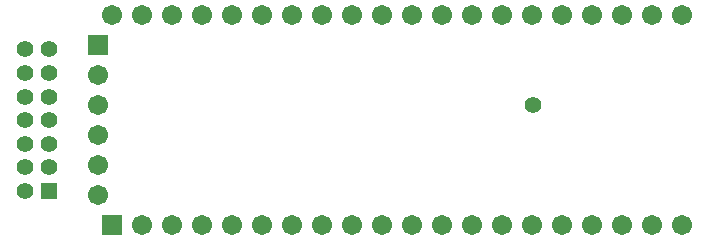
<source format=gbs>
G04*
G04 #@! TF.GenerationSoftware,Altium Limited,Altium Designer,19.1.8 (144)*
G04*
G04 Layer_Color=16711935*
%FSLAX25Y25*%
%MOIN*%
G70*
G01*
G75*
%ADD28R,0.05524X0.05524*%
%ADD29C,0.05524*%
%ADD30R,0.06706X0.06706*%
%ADD31C,0.06706*%
%ADD32R,0.06706X0.06706*%
D28*
X8937Y11378D02*
D03*
D29*
X1063D02*
D03*
X8937Y19252D02*
D03*
X1063D02*
D03*
X8937Y27126D02*
D03*
X1063D02*
D03*
X8937Y35000D02*
D03*
X1063D02*
D03*
X8937Y42874D02*
D03*
X1063D02*
D03*
X8937Y50748D02*
D03*
X1063D02*
D03*
X8937Y58622D02*
D03*
X1063D02*
D03*
X170400Y40100D02*
D03*
D30*
X25500Y60000D02*
D03*
D31*
Y50000D02*
D03*
Y40000D02*
D03*
Y30000D02*
D03*
Y20000D02*
D03*
Y10000D02*
D03*
X130000Y70000D02*
D03*
X220000D02*
D03*
X210000D02*
D03*
X200000D02*
D03*
X190000D02*
D03*
X180000D02*
D03*
X170000D02*
D03*
X160000D02*
D03*
X150000D02*
D03*
X140000D02*
D03*
X30000D02*
D03*
X120000D02*
D03*
X110000D02*
D03*
X100000D02*
D03*
X90000D02*
D03*
X80000D02*
D03*
X70000D02*
D03*
X60000D02*
D03*
X50000D02*
D03*
X40000D02*
D03*
X210000Y0D02*
D03*
X200000D02*
D03*
X190000D02*
D03*
X180000D02*
D03*
X170000D02*
D03*
X160000D02*
D03*
X150000D02*
D03*
X140000D02*
D03*
X130000D02*
D03*
X220000D02*
D03*
X110000D02*
D03*
X100000D02*
D03*
X90000D02*
D03*
X80000D02*
D03*
X70000D02*
D03*
X60000D02*
D03*
X50000D02*
D03*
X40000D02*
D03*
X120000D02*
D03*
D32*
X30000D02*
D03*
M02*

</source>
